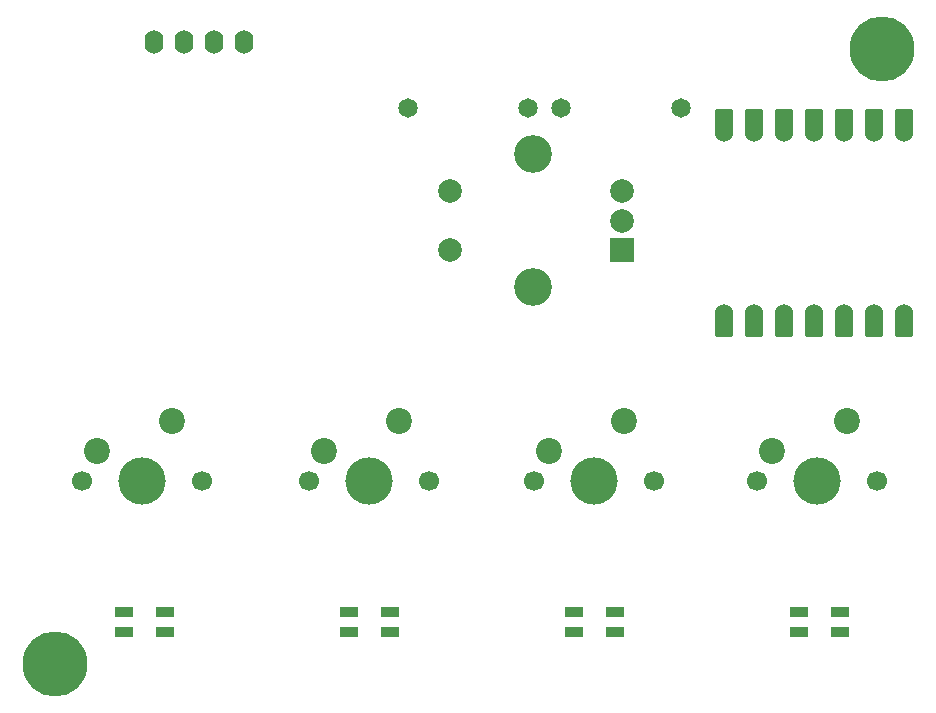
<source format=gbr>
%TF.GenerationSoftware,KiCad,Pcbnew,8.0.8*%
%TF.CreationDate,2025-02-13T16:32:23-05:00*%
%TF.ProjectId,pianissimo,7069616e-6973-4736-996d-6f2e6b696361,rev?*%
%TF.SameCoordinates,Original*%
%TF.FileFunction,Soldermask,Top*%
%TF.FilePolarity,Negative*%
%FSLAX46Y46*%
G04 Gerber Fmt 4.6, Leading zero omitted, Abs format (unit mm)*
G04 Created by KiCad (PCBNEW 8.0.8) date 2025-02-13 16:32:23*
%MOMM*%
%LPD*%
G01*
G04 APERTURE LIST*
G04 Aperture macros list*
%AMRoundRect*
0 Rectangle with rounded corners*
0 $1 Rounding radius*
0 $2 $3 $4 $5 $6 $7 $8 $9 X,Y pos of 4 corners*
0 Add a 4 corners polygon primitive as box body*
4,1,4,$2,$3,$4,$5,$6,$7,$8,$9,$2,$3,0*
0 Add four circle primitives for the rounded corners*
1,1,$1+$1,$2,$3*
1,1,$1+$1,$4,$5*
1,1,$1+$1,$6,$7*
1,1,$1+$1,$8,$9*
0 Add four rect primitives between the rounded corners*
20,1,$1+$1,$2,$3,$4,$5,0*
20,1,$1+$1,$4,$5,$6,$7,0*
20,1,$1+$1,$6,$7,$8,$9,0*
20,1,$1+$1,$8,$9,$2,$3,0*%
G04 Aperture macros list end*
%ADD10C,1.651000*%
%ADD11R,2.000000X2.000000*%
%ADD12C,2.000000*%
%ADD13C,3.200000*%
%ADD14RoundRect,0.152400X0.609600X-1.063600X0.609600X1.063600X-0.609600X1.063600X-0.609600X-1.063600X0*%
%ADD15C,1.524000*%
%ADD16RoundRect,0.152400X-0.609600X1.063600X-0.609600X-1.063600X0.609600X-1.063600X0.609600X1.063600X0*%
%ADD17C,1.700000*%
%ADD18C,4.000000*%
%ADD19C,2.200000*%
%ADD20R,1.600000X0.850000*%
%ADD21O,1.600000X2.000000*%
%ADD22C,5.500000*%
G04 APERTURE END LIST*
D10*
%TO.C,R1*%
X113840000Y-97000000D03*
X124000000Y-97000000D03*
%TD*%
D11*
%TO.C,SW5*%
X119000000Y-109000000D03*
D12*
X119000000Y-104000000D03*
X119000000Y-106500000D03*
D13*
X111500000Y-112100000D03*
X111500000Y-100900000D03*
D12*
X104500000Y-104000000D03*
X104500000Y-109000000D03*
%TD*%
D10*
%TO.C,R2*%
X100920000Y-97000000D03*
X111080000Y-97000000D03*
%TD*%
D14*
%TO.C,U1*%
X142875000Y-98225000D03*
D15*
X142875000Y-99060000D03*
D14*
X140335000Y-98225000D03*
D15*
X140335000Y-99060000D03*
D14*
X137795000Y-98225000D03*
D15*
X137795000Y-99060000D03*
D14*
X135255000Y-98225000D03*
D15*
X135255000Y-99060000D03*
D14*
X132715000Y-98225000D03*
D15*
X132715000Y-99060000D03*
D14*
X130175000Y-98225000D03*
D15*
X130175000Y-99060000D03*
D14*
X127635000Y-98225000D03*
D15*
X127635000Y-99060000D03*
X127635000Y-114300000D03*
D16*
X127635000Y-115135000D03*
D15*
X130175000Y-114300000D03*
D16*
X130175000Y-115135000D03*
D15*
X132715000Y-114300000D03*
D16*
X132715000Y-115135000D03*
D15*
X135255000Y-114300000D03*
D16*
X135255000Y-115135000D03*
D15*
X137795000Y-114300000D03*
D16*
X137795000Y-115135000D03*
D15*
X140335000Y-114300000D03*
D16*
X140335000Y-115135000D03*
D15*
X142875000Y-114300000D03*
D16*
X142875000Y-115135000D03*
%TD*%
D17*
%TO.C,SW4*%
X73342500Y-128587500D03*
D18*
X78422500Y-128587500D03*
D17*
X83502500Y-128587500D03*
D19*
X80962500Y-123507500D03*
X74612500Y-126047500D03*
%TD*%
D20*
%TO.C,D1*%
X133981250Y-139618750D03*
X133981250Y-141368750D03*
X137481250Y-141368750D03*
X137481250Y-139618750D03*
%TD*%
D17*
%TO.C,SW1*%
X130492500Y-128587500D03*
D18*
X135572500Y-128587500D03*
D17*
X140652500Y-128587500D03*
D19*
X138112500Y-123507500D03*
X131762500Y-126047500D03*
%TD*%
D21*
%TO.C,Brd1*%
X79380000Y-91400000D03*
X81920000Y-91400000D03*
X84460000Y-91400000D03*
X87000000Y-91400000D03*
%TD*%
D20*
%TO.C,D4*%
X76831250Y-139618750D03*
X76831250Y-141368750D03*
X80331250Y-141368750D03*
X80331250Y-139618750D03*
%TD*%
%TO.C,D3*%
X95881250Y-139618750D03*
X95881250Y-141368750D03*
X99381250Y-141368750D03*
X99381250Y-139618750D03*
%TD*%
D17*
%TO.C,SW3*%
X92551250Y-128587500D03*
D18*
X97631250Y-128587500D03*
D17*
X102711250Y-128587500D03*
D19*
X100171250Y-123507500D03*
X93821250Y-126047500D03*
%TD*%
D20*
%TO.C,D2*%
X114931250Y-139618750D03*
X114931250Y-141368750D03*
X118431250Y-141368750D03*
X118431250Y-139618750D03*
%TD*%
D22*
%TO.C,REF\u002A\u002A*%
X71000000Y-144000000D03*
%TD*%
%TO.C,REF\u002A\u002A*%
X141000000Y-92000000D03*
%TD*%
D17*
%TO.C,SW2*%
X111601250Y-128587500D03*
D18*
X116681250Y-128587500D03*
D17*
X121761250Y-128587500D03*
D19*
X119221250Y-123507500D03*
X112871250Y-126047500D03*
%TD*%
M02*

</source>
